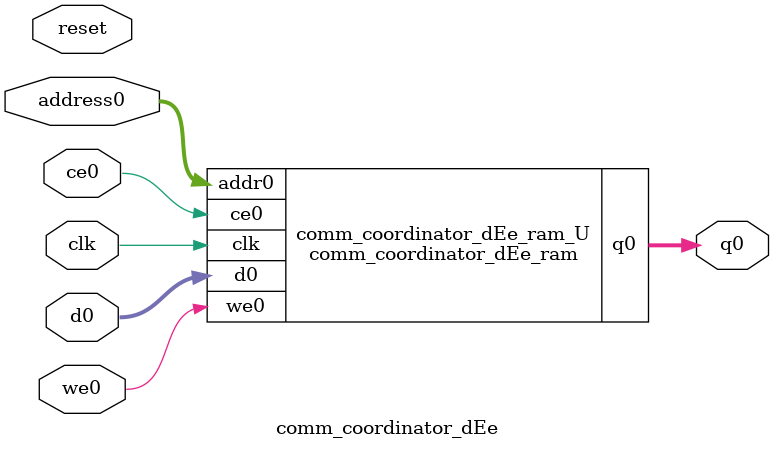
<source format=v>

`timescale 1 ns / 1 ps
module comm_coordinator_dEe_ram (addr0, ce0, d0, we0, q0,  clk);

parameter DWIDTH = 64;
parameter AWIDTH = 4;
parameter MEM_SIZE = 16;

input[AWIDTH-1:0] addr0;
input ce0;
input[DWIDTH-1:0] d0;
input we0;
output reg[DWIDTH-1:0] q0;
input clk;

(* ram_style = "block" *)reg [DWIDTH-1:0] ram[0:MEM_SIZE-1];




always @(posedge clk)  
begin 
    if (ce0) 
    begin
        if (we0) 
        begin 
            ram[addr0] <= d0; 
            q0 <= d0;
        end 
        else 
            q0 <= ram[addr0];
    end
end


endmodule


`timescale 1 ns / 1 ps
module comm_coordinator_dEe(
    reset,
    clk,
    address0,
    ce0,
    we0,
    d0,
    q0);

parameter DataWidth = 32'd64;
parameter AddressRange = 32'd16;
parameter AddressWidth = 32'd4;
input reset;
input clk;
input[AddressWidth - 1:0] address0;
input ce0;
input we0;
input[DataWidth - 1:0] d0;
output[DataWidth - 1:0] q0;



comm_coordinator_dEe_ram comm_coordinator_dEe_ram_U(
    .clk( clk ),
    .addr0( address0 ),
    .ce0( ce0 ),
    .d0( d0 ),
    .we0( we0 ),
    .q0( q0 ));

endmodule


</source>
